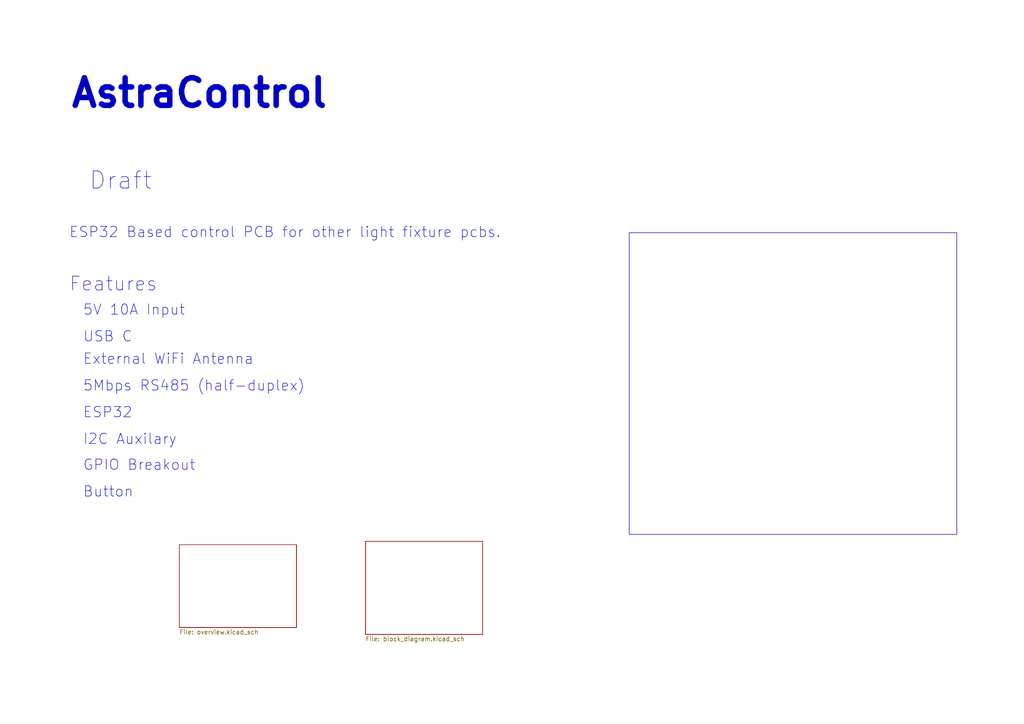
<source format=kicad_sch>
(kicad_sch
	(version 20231120)
	(generator "eeschema")
	(generator_version "8.0")
	(uuid "9a751838-dce8-4d69-8a02-736625ac74e7")
	(paper "A4")
	(title_block
		(title "Astra Beam High Power RGBW LED Controller")
		(rev "A")
		(company "LiveAstra Technologies")
	)
	(lib_symbols)
	(circle
		(center 21.5 88.75)
		(radius 0.7071)
		(stroke
			(width -0.0001)
			(type default)
		)
		(fill
			(type color)
			(color 255 255 255 1)
		)
		(uuid 044045f8-f9fa-418e-bd96-0e63087d2f6b)
	)
	(circle
		(center 21.5 96.5)
		(radius 0.7071)
		(stroke
			(width -0.0001)
			(type default)
		)
		(fill
			(type color)
			(color 255 255 255 1)
		)
		(uuid 3092cd6f-3ef3-42ec-a224-797b00d3f33b)
	)
	(rectangle
		(start 182.5 67.5)
		(end 277.5 155)
		(stroke
			(width 0)
			(type default)
		)
		(fill
			(type none)
		)
		(uuid 39023891-0190-4ec4-ad26-b20d4b548701)
	)
	(circle
		(center 21.5 133.75)
		(radius 0.7071)
		(stroke
			(width -0.0001)
			(type default)
		)
		(fill
			(type color)
			(color 255 255 255 1)
		)
		(uuid 54bf0852-2e6d-44a5-82e2-e5e2ce9344d8)
	)
	(circle
		(center 21.5 110.75)
		(radius 0.7071)
		(stroke
			(width -0.0001)
			(type default)
		)
		(fill
			(type color)
			(color 255 255 255 1)
		)
		(uuid 68afb796-724a-4752-a936-2006160bc5d7)
	)
	(circle
		(center 21.5 163.25)
		(radius 0.7071)
		(stroke
			(width -0.0001)
			(type default)
		)
		(fill
			(type color)
			(color 255 255 255 1)
		)
		(uuid 69ce66d9-8961-4f2f-9bd8-ad99e8a87796)
	)
	(circle
		(center 21.5 118.5)
		(radius 0.7071)
		(stroke
			(width -0.0001)
			(type default)
		)
		(fill
			(type color)
			(color 255 255 255 1)
		)
		(uuid 82b255d9-9c8f-4add-acea-c70e22c14f00)
	)
	(circle
		(center 21.5 103)
		(radius 0.7071)
		(stroke
			(width -0.0001)
			(type default)
		)
		(fill
			(type color)
			(color 255 255 255 1)
		)
		(uuid 84e6f551-fd2d-4e6b-a911-55fd4e705db0)
	)
	(circle
		(center 21.5 141.5)
		(radius 0.7071)
		(stroke
			(width -0.0001)
			(type default)
		)
		(fill
			(type color)
			(color 255 255 255 1)
		)
		(uuid 91952df1-c7d0-4ce9-b699-e79ca04b22ba)
	)
	(circle
		(center 21.5 156.75)
		(radius 0.7071)
		(stroke
			(width -0.0001)
			(type default)
		)
		(fill
			(type color)
			(color 255 255 255 1)
		)
		(uuid c40caf24-289d-4014-97e8-211ce195cd58)
	)
	(circle
		(center 21.5 126.25)
		(radius 0.7071)
		(stroke
			(width -0.0001)
			(type default)
		)
		(fill
			(type color)
			(color 255 255 255 1)
		)
		(uuid c427078d-c49d-403b-b6cc-eee8374e6876)
	)
	(circle
		(center 21.5 171)
		(radius 0.7071)
		(stroke
			(width -0.0001)
			(type default)
		)
		(fill
			(type color)
			(color 255 255 255 1)
		)
		(uuid d83a1cf2-8323-4167-aca9-32a9ab8780d2)
	)
	(circle
		(center 21.5 149)
		(radius 0.7071)
		(stroke
			(width -0.0001)
			(type default)
		)
		(fill
			(type color)
			(color 255 255 255 1)
		)
		(uuid fa926cff-20aa-47b4-b5af-b1dfaafcd5ac)
	)
	(text "Button"
		(exclude_from_sim no)
		(at 24 142.75 0)
		(effects
			(font
				(size 3 3)
			)
			(justify left)
		)
		(uuid "13aa9f60-e432-4c84-9850-b080ce8ee0ad")
	)
	(text "Render placeholder"
		(exclude_from_sim no)
		(at 205 115 0)
		(effects
			(font
				(face "Sarabun SemiBold")
				(size 4 4)
				(thickness 0.8)
				(bold yes)
				(color 255 255 255 1)
			)
			(justify left)
		)
		(uuid "1bf8831a-18e9-4305-b71c-fe3b430e11db")
	)
	(text "USB C"
		(exclude_from_sim no)
		(at 24 97.75 0)
		(effects
			(font
				(size 3 3)
			)
			(justify left)
		)
		(uuid "1f9ad3c9-5aa4-45c6-8132-a64c96cf273d")
	)
	(text "I2C Auxilary"
		(exclude_from_sim no)
		(at 24 127.5 0)
		(effects
			(font
				(size 3 3)
			)
			(justify left)
		)
		(uuid "2a1762de-b79d-4279-985d-66df055095f6")
	)
	(text "23 June 2024"
		(exclude_from_sim no)
		(at 232.5 25 0)
		(effects
			(font
				(face "Sarabun ExtraBold")
				(size 5 5)
				(color 255 255 255 1)
			)
			(justify left)
		)
		(uuid "45efd3df-e2f3-49db-ab08-abbed9c5ab58")
	)
	(text "ESP32 Based control PCB for other light fixture pcbs."
		(exclude_from_sim no)
		(at 20 67.5 0)
		(effects
			(font
				(size 3 3)
			)
			(justify left)
		)
		(uuid "5402c109-c6d1-484b-885b-1a549a7cee18")
	)
	(text "AstraControl"
		(exclude_from_sim no)
		(at 20 22.5 0)
		(effects
			(font
				(size 8 8)
				(thickness 1.6)
				(bold yes)
			)
			(justify left top)
		)
		(uuid "5a9376da-af2f-4737-ac07-023fe87e8719")
	)
	(text "External WiFi Antenna"
		(exclude_from_sim no)
		(at 24 104.25 0)
		(effects
			(font
				(size 3 3)
			)
			(justify left)
		)
		(uuid "78aae4d3-292d-4141-ad25-32082b43046e")
	)
	(text "ESP32"
		(exclude_from_sim no)
		(at 24 119.75 0)
		(effects
			(font
				(size 3 3)
			)
			(justify left)
		)
		(uuid "81fc42b1-02ee-4c42-8bfd-c09aae7f04c9")
	)
	(text "Draft"
		(exclude_from_sim no)
		(at 35 52.5 0)
		(effects
			(font
				(size 5 5)
			)
		)
		(uuid "8d5d59fa-424b-45d6-a5c5-ba4d06345712")
	)
	(text "5V 10A Input"
		(exclude_from_sim no)
		(at 24 90 0)
		(effects
			(font
				(size 3 3)
			)
			(justify left)
		)
		(uuid "b67fe9c2-0a14-4753-a6c6-37bf9bd22c12")
	)
	(text "GPIO Breakout"
		(exclude_from_sim no)
		(at 24 135 0)
		(effects
			(font
				(size 3 3)
			)
			(justify left)
		)
		(uuid "bd601b67-5083-4bbb-a189-cd7cac36ba25")
	)
	(text "-"
		(exclude_from_sim no)
		(at 24 158 0)
		(effects
			(font
				(face "Sarabun")
				(size 3 3)
				(color 255 255 255 1)
			)
			(justify left)
		)
		(uuid "c17d20d4-076d-4d7f-a9f1-a3cb719f0a19")
	)
	(text "-"
		(exclude_from_sim no)
		(at 24 164.5 0)
		(effects
			(font
				(face "Sarabun")
				(size 3 3)
				(color 255 255 255 1)
			)
			(justify left)
		)
		(uuid "c5a27884-6307-4415-b270-d5bc061ee410")
	)
	(text "-"
		(exclude_from_sim no)
		(at 24 172.25 0)
		(effects
			(font
				(face "Sarabun")
				(size 3 3)
				(color 255 255 255 1)
			)
			(justify left)
		)
		(uuid "f491166b-269b-4719-b37d-9bc6f0748fad")
	)
	(text "Features"
		(exclude_from_sim no)
		(at 20 82.5 0)
		(effects
			(font
				(size 4 4)
			)
			(justify left)
		)
		(uuid "fdb9fb75-dbfe-4403-9871-77b20fee502e")
	)
	(text "5Mbps RS485 (half-duplex)"
		(exclude_from_sim no)
		(at 24 112 0)
		(effects
			(font
				(size 3 3)
			)
			(justify left)
		)
		(uuid "ff74f2c9-2187-494d-a564-2a379c865030")
	)
	(text "-"
		(exclude_from_sim no)
		(at 24 150.25 0)
		(effects
			(font
				(face "Sarabun")
				(size 3 3)
				(color 255 255 255 1)
			)
			(justify left)
		)
		(uuid "ffb8efa9-0448-4a10-bbd7-1f30d41cdae6")
	)
	(sheet
		(at 106 157)
		(size 34 27)
		(fields_autoplaced yes)
		(stroke
			(width 0.1524)
			(type solid)
		)
		(fill
			(color 0 0 0 0.0000)
		)
		(uuid "0db21d8e-3390-4d67-877f-0e5d98e37848")
		(property "Sheetname" "Block Diagram"
			(at 106 156.2884 0)
			(effects
				(font
					(size 1.27 1.27)
				)
				(justify left bottom)
				(hide yes)
			)
		)
		(property "Sheetfile" "block_diagram.kicad_sch"
			(at 106 184.5846 0)
			(effects
				(font
					(size 1.27 1.27)
				)
				(justify left top)
			)
		)
		(instances
			(project "AstraControl"
				(path "/9a751838-dce8-4d69-8a02-736625ac74e7"
					(page "3")
				)
			)
		)
	)
	(sheet
		(at 52 158)
		(size 34 24)
		(fields_autoplaced yes)
		(stroke
			(width 0.1524)
			(type solid)
		)
		(fill
			(color 0 0 0 0.0000)
		)
		(uuid "120c81b5-e37e-42ba-9ea8-918058b1f430")
		(property "Sheetname" "Overview"
			(at 52 157.2884 0)
			(effects
				(font
					(size 1.27 1.27)
				)
				(justify left bottom)
				(hide yes)
			)
		)
		(property "Sheetfile" "overview.kicad_sch"
			(at 52 182.5846 0)
			(effects
				(font
					(size 1.27 1.27)
				)
				(justify left top)
			)
		)
		(instances
			(project "AstraControl"
				(path "/9a751838-dce8-4d69-8a02-736625ac74e7"
					(page "2")
				)
			)
		)
	)
	(sheet_instances
		(path "/"
			(page "1")
		)
	)
)

</source>
